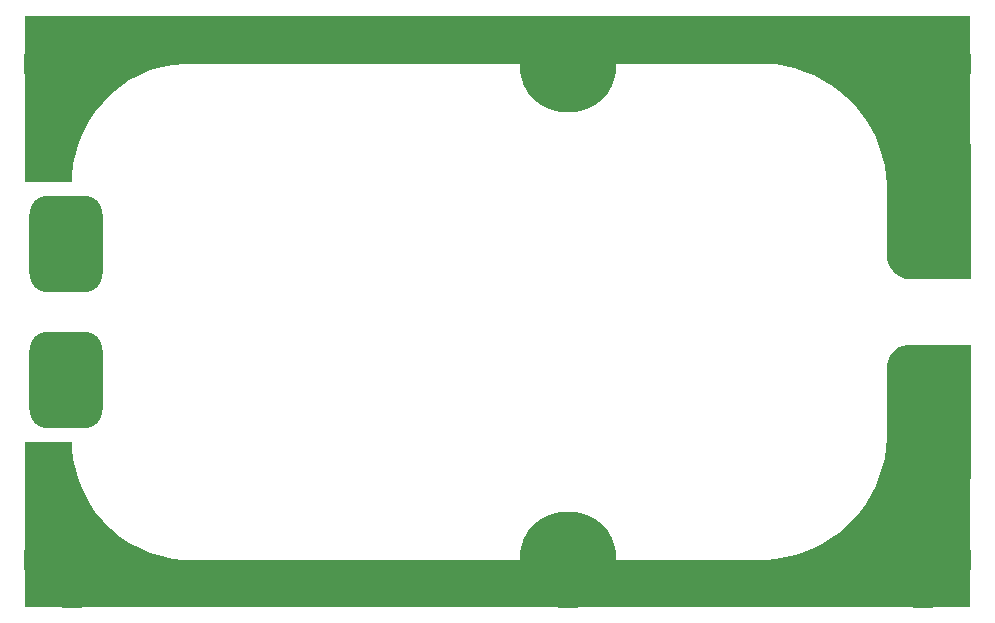
<source format=gbs>
%FSTAX23Y23*%
%MOIN*%
%SFA1B1*%

%IPPOS*%
%AMD53*
4,1,8,0.059000,0.161500,-0.059000,0.161500,-0.122100,0.098400,-0.122100,-0.098400,-0.059000,-0.161500,0.059000,-0.161500,0.122100,-0.098400,0.122100,0.098400,0.059000,0.161500,0.0*
1,1,0.126120,0.059000,0.098400*
1,1,0.126120,-0.059000,0.098400*
1,1,0.126120,-0.059000,-0.098400*
1,1,0.126120,0.059000,-0.098400*
%
G04~CAMADD=53~8~0.0~0.0~2442.2~3229.6~630.6~0.0~15~0.0~0.0~0.0~0.0~0~0.0~0.0~0.0~0.0~0~0.0~0.0~0.0~0.0~2442.2~3229.6*
%ADD53D53*%
%ADD54C,0.322960*%
%ADD55R,0.204850X0.106420*%
%ADD56C,0.027690*%
%LNmashiro_fs-1*%
%LPD*%
G36*
X03149Y01811D02*
X00157D01*
X00551*
X00531Y0181*
X00493Y01806*
X00455Y01799*
X00418Y01788*
X00382Y01773*
X00348Y01755*
X00316Y01733*
X00286Y01709*
X00259Y01681*
X00234Y01651*
X00213Y01619*
X00195Y01585*
X0018Y01549*
X00169Y01512*
X00161Y01475*
X00157Y01436*
X00157Y01417*
Y01417*
X0*
Y01811*
Y01968*
X03149*
Y01811*
G37*
G36*
Y01543D02*
X03153D01*
Y01389*
Y01248*
Y01094*
X02945*
X02938*
X02925Y01097*
X02913Y01102*
X02902Y01109*
X02897Y01114*
X02892Y01119*
X02883Y01133*
X02877Y01147*
X02874Y01163*
Y01171*
Y01248*
Y01389*
X02873Y01406*
X02871Y01439*
X02865Y01471*
X02858Y01504*
X02847Y01535*
X02835Y01566*
X0282Y01595*
X02803Y01623*
X02783Y0165*
X02762Y01675*
X02738Y01699*
X02713Y0172*
X02686Y0174*
X02658Y01757*
X02629Y01772*
X02598Y01784*
X02567Y01795*
X02534Y01802*
X02502Y01808*
X02469Y0181*
X02452Y01811*
X03149*
Y01543*
G37*
G36*
X03153Y0072D02*
Y00578D01*
Y00425*
X03149*
Y00157*
Y0*
X0*
Y00157*
Y00551*
X00157*
X00157Y00531*
X00161Y00493*
X00169Y00455*
X0018Y00418*
X00195Y00382*
X00213Y00348*
X00234Y00316*
X00259Y00286*
X00286Y00259*
X00316Y00234*
X00348Y00213*
X00382Y00195*
X00418Y0018*
X00455Y00169*
X00493Y00161*
X00531Y00157*
X00551Y00157*
X00157*
X03149*
X02452*
X02469Y00157*
X02502Y0016*
X02534Y00165*
X02567Y00173*
X02598Y00183*
X02629Y00196*
X02658Y00211*
X02686Y00228*
X02713Y00247*
X02738Y00269*
X02762Y00292*
X02783Y00317*
X02803Y00344*
X0282Y00372*
X02835Y00402*
X02847Y00432*
X02858Y00464*
X02865Y00496*
X02871Y00529*
X02873Y00562*
X02874Y00578*
Y0072*
Y00797*
Y00805*
X02877Y0082*
X02883Y00835*
X02892Y00848*
X02897Y00854*
X02902Y00859*
X02913Y00866*
X02925Y00871*
X02938Y00874*
X03153*
Y0072*
G37*
G54D53*
X00137Y00757D03*
Y0121D03*
G54D54*
X00157Y01811D03*
X01811D03*
X02992D03*
X00157Y00157D03*
X01811D03*
X02992D03*
G54D55*
X03051Y01148D03*
Y01488D03*
Y00479D03*
Y00819D03*
G54D56*
X00157Y01889D03*
X00235Y01797D03*
Y01824D03*
X00157Y01732D03*
X00079Y01824D03*
Y01797D03*
X00246Y01916D03*
X00249Y01844D03*
X00225Y0185D03*
X00232Y01874D03*
Y01747D03*
X00225Y01771D03*
X00249Y01777D03*
X00246Y01705D03*
X00068Y01916D03*
X00082Y01874D03*
X00089Y0185D03*
X00064Y01844D03*
Y01777D03*
X00089Y01771D03*
X00082Y01747D03*
X00068Y01705D03*
X00184Y01885D03*
Y01737D03*
X0013Y01885D03*
Y01737D03*
X00293Y01834D03*
Y01787D03*
X00204Y0194D03*
X00174Y01907D03*
X00208Y01871D03*
Y0175D03*
X00204Y01681D03*
X00174Y01714D03*
X0011Y0194D03*
X0014Y01907D03*
X00106Y01871D03*
Y0175D03*
X0011Y01681D03*
X0014Y01714D03*
X00021Y01834D03*
Y01787D03*
X01811Y01889D03*
X01888Y01797D03*
Y01824D03*
X01811Y01732D03*
X01733Y01824D03*
Y01797D03*
X01899Y01916D03*
X01903Y01844D03*
X01879Y0185D03*
X01886Y01874D03*
Y01747D03*
X01879Y01771D03*
X01903Y01777D03*
X01899Y01705D03*
X01722Y01916D03*
X01735Y01874D03*
X01742Y0185D03*
X01718Y01844D03*
Y01777D03*
X01742Y01771D03*
X01735Y01747D03*
X01722Y01705D03*
X01837Y01885D03*
Y01737D03*
X01784Y01885D03*
Y01737D03*
X01946Y01834D03*
Y01787D03*
X01858Y0194D03*
X01828Y01907D03*
X01861Y01871D03*
Y0175D03*
X01858Y01681D03*
X01828Y01714D03*
X01763Y0194D03*
X01793Y01907D03*
X0176Y01871D03*
Y0175D03*
X01763Y01681D03*
X01793Y01714D03*
X01675Y01834D03*
Y01787D03*
X02992Y01889D03*
X03069Y01797D03*
Y01824D03*
X02992Y01732D03*
X02914Y01824D03*
Y01797D03*
X0308Y01916D03*
X03084Y01844D03*
X0306Y0185D03*
X03067Y01874D03*
Y01747D03*
X0306Y01771D03*
X03084Y01777D03*
X0308Y01705D03*
X02903Y01916D03*
X02916Y01874D03*
X02923Y0185D03*
X02899Y01844D03*
Y01777D03*
X02923Y01771D03*
X02916Y01747D03*
X02903Y01705D03*
X03019Y01885D03*
Y01737D03*
X02965Y01885D03*
Y01737D03*
X03127Y01834D03*
Y01787D03*
X03039Y0194D03*
X03009Y01907D03*
X03042Y01871D03*
Y0175D03*
X03039Y01681D03*
X03009Y01714D03*
X02945Y0194D03*
X02975Y01907D03*
X02941Y01871D03*
Y0175D03*
X02945Y01681D03*
X02975Y01714D03*
X02856Y01834D03*
Y01787D03*
X00157Y00236D03*
X00235Y00143D03*
Y00171D03*
X00157Y00078D03*
X00079Y00171D03*
Y00143D03*
X00246Y00263D03*
X00249Y00191D03*
X00225Y00196D03*
X00232Y0022D03*
Y00094D03*
X00225Y00118D03*
X00249Y00123D03*
X00246Y00051D03*
X00068Y00263D03*
X00082Y0022D03*
X00089Y00196D03*
X00064Y00191D03*
Y00123D03*
X00089Y00118D03*
X00082Y00094D03*
X00068Y00051D03*
X00184Y00231D03*
Y00083D03*
X0013Y00231D03*
Y00083D03*
X00293Y00181D03*
Y00133D03*
X00204Y00286D03*
X00174Y00254D03*
X00208Y00217D03*
Y00097D03*
X00204Y00027D03*
X00174Y0006D03*
X0011Y00286D03*
X0014Y00254D03*
X00106Y00217D03*
Y00097D03*
X0011Y00027D03*
X0014Y0006D03*
X00021Y00181D03*
Y00133D03*
X01811Y00236D03*
X01888Y00143D03*
Y00171D03*
X01811Y00078D03*
X01733Y00171D03*
Y00143D03*
X01899Y00263D03*
X01903Y00191D03*
X01879Y00196D03*
X01886Y0022D03*
Y00094D03*
X01879Y00118D03*
X01903Y00123D03*
X01899Y00051D03*
X01722Y00263D03*
X01735Y0022D03*
X01742Y00196D03*
X01718Y00191D03*
Y00123D03*
X01742Y00118D03*
X01735Y00094D03*
X01722Y00051D03*
X01837Y00231D03*
Y00083D03*
X01784Y00231D03*
Y00083D03*
X01946Y00181D03*
Y00133D03*
X01858Y00286D03*
X01828Y00254D03*
X01861Y00217D03*
Y00097D03*
X01858Y00027D03*
X01828Y0006D03*
X01763Y00286D03*
X01793Y00254D03*
X0176Y00217D03*
Y00097D03*
X01763Y00027D03*
X01793Y0006D03*
X01675Y00181D03*
Y00133D03*
X02992Y00236D03*
X03069Y00143D03*
Y00171D03*
X02992Y00078D03*
X02914Y00171D03*
Y00143D03*
X0308Y00263D03*
X03084Y00191D03*
X0306Y00196D03*
X03067Y0022D03*
Y00094D03*
X0306Y00118D03*
X03084Y00123D03*
X0308Y00051D03*
X02903Y00263D03*
X02916Y0022D03*
X02923Y00196D03*
X02899Y00191D03*
Y00123D03*
X02923Y00118D03*
X02916Y00094D03*
X02903Y00051D03*
X03019Y00231D03*
Y00083D03*
X02965Y00231D03*
Y00083D03*
X03127Y00181D03*
Y00133D03*
X03039Y00286D03*
X03009Y00254D03*
X03042Y00217D03*
Y00097D03*
X03039Y00027D03*
X03009Y0006D03*
X02945Y00286D03*
X02975Y00254D03*
X02941Y00217D03*
Y00097D03*
X02945Y00027D03*
X02975Y0006D03*
X02856Y00181D03*
Y00133D03*
X02917Y01405D03*
X02931Y01429D03*
X02903D03*
X02972Y01405D03*
X02986Y01429D03*
X02958D03*
X02944Y01405D03*
X03D03*
X03013Y01429D03*
X03055Y01405D03*
X03068Y01429D03*
X03041D03*
X03027Y01405D03*
X03082D03*
X03096Y01429D03*
X03137Y01405D03*
X03124Y01429D03*
X0311Y01405D03*
X02889D03*
X02917Y01232D03*
X02931Y01208D03*
X02903D03*
X02972Y01232D03*
X02986Y01208D03*
X02958D03*
X02944Y01232D03*
X03D03*
X03013Y01208D03*
X03055Y01232D03*
X03068Y01208D03*
X03041D03*
X03027Y01232D03*
X03082D03*
X03096Y01208D03*
X03137Y01232D03*
X03124Y01208D03*
X0311Y01232D03*
X02889D03*
X02917Y00736D03*
X02931Y00759D03*
X02903D03*
X02972Y00736D03*
X02986Y00759D03*
X02958D03*
X02944Y00736D03*
X03D03*
X03013Y00759D03*
X03055Y00736D03*
X03068Y00759D03*
X03041D03*
X03027Y00736D03*
X03082D03*
X03096Y00759D03*
X03137Y00736D03*
X03124Y00759D03*
X0311Y00736D03*
X02889D03*
X02917Y00562D03*
X02931Y00539D03*
X02903D03*
X02972Y00562D03*
X02986Y00539D03*
X02958D03*
X02944Y00562D03*
X03D03*
X03013Y00539D03*
X03055Y00562D03*
X03068Y00539D03*
X03041D03*
X03027Y00562D03*
X03082D03*
X03096Y00539D03*
X03137Y00562D03*
X03124Y00539D03*
X0311Y00562D03*
X02889D03*
M02*
</source>
